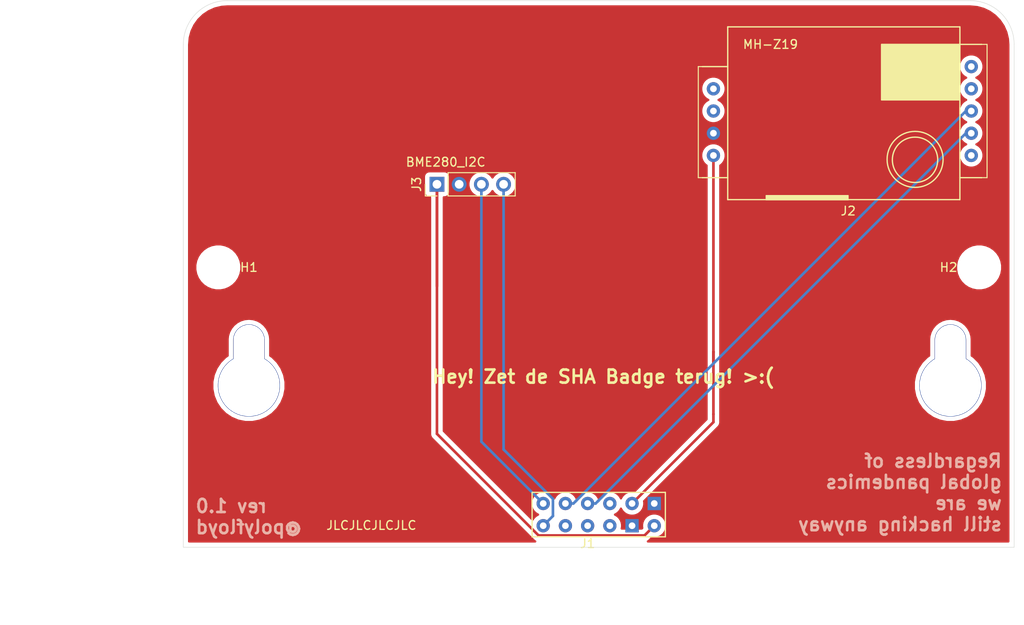
<source format=kicad_pcb>
(kicad_pcb (version 20171130) (host pcbnew 5.1.9+dfsg1-1)

  (general
    (thickness 1.6)
    (drawings 18)
    (tracks 26)
    (zones 0)
    (modules 7)
    (nets 15)
  )

  (page A4)
  (layers
    (0 F.Cu signal)
    (31 B.Cu signal)
    (32 B.Adhes user)
    (33 F.Adhes user)
    (34 B.Paste user)
    (35 F.Paste user)
    (36 B.SilkS user)
    (37 F.SilkS user)
    (38 B.Mask user)
    (39 F.Mask user)
    (40 Dwgs.User user)
    (41 Cmts.User user)
    (42 Eco1.User user)
    (43 Eco2.User user)
    (44 Edge.Cuts user)
    (45 Margin user)
    (46 B.CrtYd user)
    (47 F.CrtYd user)
    (48 B.Fab user)
    (49 F.Fab user)
  )

  (setup
    (last_trace_width 0.3)
    (trace_clearance 0.2)
    (zone_clearance 0.508)
    (zone_45_only no)
    (trace_min 0.3)
    (via_size 0.8)
    (via_drill 0.4)
    (via_min_size 0.4)
    (via_min_drill 0.3)
    (uvia_size 0.3)
    (uvia_drill 0.1)
    (uvias_allowed no)
    (uvia_min_size 0.2)
    (uvia_min_drill 0.1)
    (edge_width 0.05)
    (segment_width 0.2)
    (pcb_text_width 0.3)
    (pcb_text_size 1.5 1.5)
    (mod_edge_width 0.12)
    (mod_text_size 1 1)
    (mod_text_width 0.15)
    (pad_size 1.524 1.524)
    (pad_drill 0.762)
    (pad_to_mask_clearance 0)
    (aux_axis_origin 0 0)
    (visible_elements FFFFFF7F)
    (pcbplotparams
      (layerselection 0x010f0_ffffffff)
      (usegerberextensions false)
      (usegerberattributes true)
      (usegerberadvancedattributes true)
      (creategerberjobfile true)
      (excludeedgelayer true)
      (linewidth 0.100000)
      (plotframeref false)
      (viasonmask false)
      (mode 1)
      (useauxorigin false)
      (hpglpennumber 1)
      (hpglpenspeed 20)
      (hpglpendiameter 15.000000)
      (psnegative false)
      (psa4output false)
      (plotreference true)
      (plotvalue true)
      (plotinvisibletext false)
      (padsonsilk false)
      (subtractmaskfromsilk false)
      (outputformat 1)
      (mirror false)
      (drillshape 0)
      (scaleselection 1)
      (outputdirectory "gerbers"))
  )

  (net 0 "")
  (net 1 "Net-(J1-Pad3)")
  (net 2 "Net-(J1-Pad8)")
  (net 3 "Net-(J1-Pad9)")
  (net 4 "Net-(J1-Pad10)")
  (net 5 +5V)
  (net 6 GND)
  (net 7 "Net-(J2-Pad4)")
  (net 8 "Net-(J2-Pad3)")
  (net 9 "Net-(J2-Pad5)")
  (net 10 I2C_SCL)
  (net 11 I2C_SDA)
  (net 12 +3V3)
  (net 13 MHZ19_TX)
  (net 14 MHZ19_RX)

  (net_class Default "This is the default net class."
    (clearance 0.2)
    (trace_width 0.3)
    (via_dia 0.8)
    (via_drill 0.4)
    (uvia_dia 0.3)
    (uvia_drill 0.1)
    (diff_pair_width 0.3)
    (diff_pair_gap 0.25)
    (add_net +3V3)
    (add_net +5V)
    (add_net GND)
    (add_net I2C_SCL)
    (add_net I2C_SDA)
    (add_net MHZ19_RX)
    (add_net MHZ19_TX)
    (add_net "Net-(J1-Pad10)")
    (add_net "Net-(J1-Pad3)")
    (add_net "Net-(J1-Pad8)")
    (add_net "Net-(J1-Pad9)")
    (add_net "Net-(J2-Pad3)")
    (add_net "Net-(J2-Pad4)")
    (add_net "Net-(J2-Pad5)")
  )

  (module SHA2017:SHA2017_Badge_Breakout (layer F.Cu) (tedit 5FEE4AB9) (tstamp 5FEEAA3A)
    (at 147.5 137.944)
    (path /5FEE2A0D)
    (fp_text reference J1 (at -1.27 8.136) (layer F.SilkS)
      (effects (font (size 1 1) (thickness 0.15)))
    )
    (fp_text value SHA2017_Badge_Breakout (at -0.1 -0.794) (layer B.Fab)
      (effects (font (size 1 1) (thickness 0.15)))
    )
    (fp_line (start -7.62 7.366) (end 7.62 7.366) (layer F.SilkS) (width 0.15))
    (fp_line (start -7.62 2.286) (end -7.62 7.366) (layer F.SilkS) (width 0.15))
    (fp_line (start 7.62 2.286) (end -7.62 2.286) (layer F.SilkS) (width 0.15))
    (fp_line (start 7.62 7.366) (end 7.62 2.286) (layer F.SilkS) (width 0.15))
    (fp_text user "SDCARD ^" (at 8.636 3.81 -90) (layer F.Fab)
      (effects (font (size 1 1) (thickness 0.15)))
    )
    (fp_text user "USB ^" (at -5.85 1.106) (layer F.Fab)
      (effects (font (size 1 1) (thickness 0.15)))
    )
    (pad 1 thru_hole rect (at 6.35 3.556) (size 1.524 1.524) (drill 0.762) (layers *.Cu *.Mask)
      (net 6 GND))
    (pad 2 thru_hole circle (at 3.81 3.556) (size 1.524 1.524) (drill 0.762) (layers *.Cu *.Mask)
      (net 5 +5V))
    (pad 3 thru_hole circle (at 1.27 3.556) (size 1.524 1.524) (drill 0.762) (layers *.Cu *.Mask)
      (net 1 "Net-(J1-Pad3)"))
    (pad 4 thru_hole circle (at -1.27 3.556) (size 1.524 1.524) (drill 0.762) (layers *.Cu *.Mask)
      (net 14 MHZ19_RX))
    (pad 5 thru_hole circle (at -3.81 3.556) (size 1.524 1.524) (drill 0.762) (layers *.Cu *.Mask)
      (net 13 MHZ19_TX))
    (pad 6 thru_hole circle (at -6.35 3.556) (size 1.524 1.524) (drill 0.762) (layers *.Cu *.Mask)
      (net 10 I2C_SCL))
    (pad 7 thru_hole circle (at -6.35 6.096) (size 1.524 1.524) (drill 0.762) (layers *.Cu *.Mask)
      (net 11 I2C_SDA))
    (pad 8 thru_hole circle (at -3.81 6.096) (size 1.524 1.524) (drill 0.762) (layers *.Cu *.Mask)
      (net 2 "Net-(J1-Pad8)"))
    (pad 9 thru_hole circle (at -1.27 6.096) (size 1.524 1.524) (drill 0.762) (layers *.Cu *.Mask)
      (net 3 "Net-(J1-Pad9)"))
    (pad 10 thru_hole circle (at 1.27 6.096) (size 1.524 1.524) (drill 0.762) (layers *.Cu *.Mask)
      (net 4 "Net-(J1-Pad10)"))
    (pad 11 thru_hole rect (at 3.81 6.096) (size 1.524 1.524) (drill 0.762) (layers *.Cu *.Mask)
      (net 6 GND))
    (pad 12 thru_hole circle (at 6.35 6.096) (size 1.524 1.524) (drill 0.762) (layers *.Cu *.Mask)
      (net 12 +3V3))
  )

  (module MountingHole:MountingHole_4mm (layer F.Cu) (tedit 56D1B4CB) (tstamp 5FEE4758)
    (at 191 114.5)
    (descr "Mounting Hole 4mm, no annular")
    (tags "mounting hole 4mm no annular")
    (path /5FEE47D5)
    (attr virtual)
    (fp_text reference H2 (at -3.5 0) (layer F.SilkS)
      (effects (font (size 1 1) (thickness 0.15)))
    )
    (fp_text value MountingHole (at 0 5) (layer F.Fab)
      (effects (font (size 1 1) (thickness 0.15)))
    )
    (fp_circle (center 0 0) (end 4.25 0) (layer F.CrtYd) (width 0.05))
    (fp_circle (center 0 0) (end 4 0) (layer Cmts.User) (width 0.15))
    (fp_text user %R (at 0.3 0) (layer F.Fab)
      (effects (font (size 1 1) (thickness 0.15)))
    )
    (pad 1 np_thru_hole circle (at 0 0) (size 4 4) (drill 4) (layers *.Cu *.Mask))
  )

  (module MountingHole:MountingHole_4mm (layer F.Cu) (tedit 56D1B4CB) (tstamp 5FEE46F7)
    (at 104 114.5)
    (descr "Mounting Hole 4mm, no annular")
    (tags "mounting hole 4mm no annular")
    (path /5FEE505B)
    (attr virtual)
    (fp_text reference H1 (at 3.5 0) (layer F.SilkS)
      (effects (font (size 1 1) (thickness 0.15)))
    )
    (fp_text value MountingHole (at 0 5) (layer F.Fab)
      (effects (font (size 1 1) (thickness 0.15)))
    )
    (fp_circle (center 0 0) (end 4.25 0) (layer F.CrtYd) (width 0.05))
    (fp_circle (center 0 0) (end 4 0) (layer Cmts.User) (width 0.15))
    (fp_text user %R (at 0.3 0) (layer F.Fab)
      (effects (font (size 1 1) (thickness 0.15)))
    )
    (pad 1 np_thru_hole circle (at 0 0) (size 4 4) (drill 4) (layers *.Cu *.Mask))
  )

  (module Keyhole:keyhole (layer F.Cu) (tedit 5F48081E) (tstamp 5FE7DB8D)
    (at 182 126.349)
    (fp_text reference G*** (at 0 0) (layer F.SilkS) hide
      (effects (font (size 1.524 1.524) (thickness 0.3)))
    )
    (fp_text value LOGO (at 0.75 0) (layer F.SilkS) hide
      (effects (font (size 1.524 1.524) (thickness 0.3)))
    )
    (pad "" np_thru_hole oval (at 5.715 -1.778) (size 3.6 7.1) (drill oval 3.5 7) (layers *.Cu *.Mask))
    (pad "" np_thru_hole oval (at 5.715 1.651) (size 7.1 7.1) (drill oval 7) (layers *.Cu *.Mask))
  )

  (module Keyhole:keyhole (layer F.Cu) (tedit 5F48081E) (tstamp 5FE869E8)
    (at 101.785 126.349)
    (fp_text reference G*** (at 0 0) (layer F.SilkS) hide
      (effects (font (size 1.524 1.524) (thickness 0.3)))
    )
    (fp_text value LOGO (at 0.75 0) (layer F.SilkS) hide
      (effects (font (size 1.524 1.524) (thickness 0.3)))
    )
    (pad "" np_thru_hole oval (at 5.715 -1.778) (size 3.6 7.1) (drill oval 3.5 7) (layers *.Cu *.Mask))
    (pad "" np_thru_hole oval (at 5.715 1.651) (size 7.1 7.1) (drill oval 7) (layers *.Cu *.Mask))
  )

  (module MH-Z19:Sensor_MH-Z19 (layer F.Cu) (tedit 5ED500AE) (tstamp 5FE7D2EB)
    (at 190 89)
    (descr "MH-Z19 CO2 Sensor")
    (tags "MH-Z19 CO2 Sensor")
    (path /5FE602C1)
    (fp_text reference J2 (at -13.97 19.05) (layer F.SilkS)
      (effects (font (size 1 1) (thickness 0.15)))
    )
    (fp_text value MH-Z19 (at -22.86 0) (layer F.SilkS)
      (effects (font (size 1 1) (thickness 0.15)))
    )
    (fp_line (start 1.905 0) (end 1.27 0) (layer F.SilkS) (width 0.12))
    (fp_line (start 1.905 15.24) (end 1.905 0) (layer F.SilkS) (width 0.12))
    (fp_line (start 1.27 15.24) (end 1.905 15.24) (layer F.SilkS) (width 0.12))
    (fp_poly (pts (xy -13.97 17.78) (xy -23.368 17.78) (xy -23.368 17.272) (xy -13.97 17.272)) (layer F.SilkS) (width 0.1))
    (fp_line (start -1.2 -2) (end -27.75 -2) (layer F.SilkS) (width 0.15))
    (fp_line (start 1.275 15.24) (end -1.2 15.24) (layer F.SilkS) (width 0.15))
    (fp_line (start -1.27 0) (end 1.27 0) (layer F.SilkS) (width 0.15))
    (fp_line (start -27.75 2.54) (end -30.65 2.54) (layer F.SilkS) (width 0.15))
    (fp_line (start -30.65 15.24) (end -27.75 15.24) (layer F.SilkS) (width 0.15))
    (fp_line (start -27.75 -2) (end -27.75 17.75) (layer F.SilkS) (width 0.15))
    (fp_line (start -27.75 17.75) (end -1.2 17.75) (layer F.SilkS) (width 0.15))
    (fp_line (start -1.2 17.75) (end -1.2 -2) (layer F.SilkS) (width 0.15))
    (fp_circle (center -6.325 13.15) (end -9.425 12.35) (layer F.SilkS) (width 0.15))
    (fp_circle (center -6.330656 13.2) (end -8.530656 11.825) (layer F.SilkS) (width 0.15))
    (fp_poly (pts (xy -10.16 0) (xy -10.16 6.35) (xy -1.27 6.35) (xy -1.27 0)) (layer F.SilkS) (width 0.15))
    (fp_line (start -30.65 15.24) (end -31.115 15.24) (layer F.SilkS) (width 0.12))
    (fp_line (start -31.115 15.24) (end -31.115 2.54) (layer F.SilkS) (width 0.12))
    (fp_line (start -31.115 2.54) (end -30.65 2.54) (layer F.SilkS) (width 0.12))
    (pad 1 thru_hole circle (at -29.385 12.7) (size 1.524 1.524) (drill 0.762) (layers *.Cu *.Mask)
      (net 5 +5V))
    (pad 2 thru_hole circle (at -29.385 10.16) (size 1.524 1.524) (drill 0.762) (layers *.Cu *.Mask)
      (net 6 GND))
    (pad "" thru_hole circle (at -29.385 7.62) (size 1.524 1.524) (drill 0.762) (layers *.Cu *.Mask))
    (pad 4 thru_hole circle (at -29.385 5.08) (size 1.524 1.524) (drill 0.762) (layers *.Cu *.Mask)
      (net 7 "Net-(J2-Pad4)"))
    (pad 3 thru_hole circle (at 0.1 12.7) (size 1.524 1.524) (drill 0.762) (layers *.Cu *.Mask)
      (net 8 "Net-(J2-Pad3)"))
    (pad 6 thru_hole circle (at 0.1 10.16) (size 1.524 1.524) (drill 0.762) (layers *.Cu *.Mask)
      (net 14 MHZ19_RX))
    (pad 7 thru_hole circle (at 0.1 7.62) (size 1.524 1.524) (drill 0.762) (layers *.Cu *.Mask)
      (net 13 MHZ19_TX))
    (pad "" thru_hole circle (at 0.1 5.08) (size 1.524 1.524) (drill 0.762) (layers *.Cu *.Mask))
    (pad 5 thru_hole circle (at 0.1 2.54) (size 1.524 1.524) (drill 0.762) (layers *.Cu *.Mask)
      (net 9 "Net-(J2-Pad5)"))
    (model ${KISYS3DMOD}/Sensor_MH-Z19.3dshapes/Sensor_MH-Z19.step
      (offset (xyz -14.4 -7.7 0))
      (scale (xyz 0.98 0.98 0.98))
      (rotate (xyz 0 0 0))
    )
  )

  (module Connector_PinHeader_2.54mm:PinHeader_1x04_P2.54mm_Vertical (layer F.Cu) (tedit 59FED5CC) (tstamp 5FE86193)
    (at 129 105 90)
    (descr "Through hole straight pin header, 1x04, 2.54mm pitch, single row")
    (tags "Through hole pin header THT 1x04 2.54mm single row")
    (path /5FE7AE07)
    (fp_text reference J3 (at 0 -2.33 90) (layer F.SilkS)
      (effects (font (size 1 1) (thickness 0.15)))
    )
    (fp_text value BME280_I2C (at 2.54 1 180) (layer F.SilkS)
      (effects (font (size 1 1) (thickness 0.15)))
    )
    (fp_line (start -0.635 -1.27) (end 1.27 -1.27) (layer F.Fab) (width 0.1))
    (fp_line (start 1.27 -1.27) (end 1.27 8.89) (layer F.Fab) (width 0.1))
    (fp_line (start 1.27 8.89) (end -1.27 8.89) (layer F.Fab) (width 0.1))
    (fp_line (start -1.27 8.89) (end -1.27 -0.635) (layer F.Fab) (width 0.1))
    (fp_line (start -1.27 -0.635) (end -0.635 -1.27) (layer F.Fab) (width 0.1))
    (fp_line (start -1.33 8.95) (end 1.33 8.95) (layer F.SilkS) (width 0.12))
    (fp_line (start -1.33 1.27) (end -1.33 8.95) (layer F.SilkS) (width 0.12))
    (fp_line (start 1.33 1.27) (end 1.33 8.95) (layer F.SilkS) (width 0.12))
    (fp_line (start -1.33 1.27) (end 1.33 1.27) (layer F.SilkS) (width 0.12))
    (fp_line (start -1.33 0) (end -1.33 -1.33) (layer F.SilkS) (width 0.12))
    (fp_line (start -1.33 -1.33) (end 0 -1.33) (layer F.SilkS) (width 0.12))
    (fp_line (start -1.8 -1.8) (end -1.8 9.4) (layer F.CrtYd) (width 0.05))
    (fp_line (start -1.8 9.4) (end 1.8 9.4) (layer F.CrtYd) (width 0.05))
    (fp_line (start 1.8 9.4) (end 1.8 -1.8) (layer F.CrtYd) (width 0.05))
    (fp_line (start 1.8 -1.8) (end -1.8 -1.8) (layer F.CrtYd) (width 0.05))
    (fp_text user %R (at 0 3.81) (layer F.Fab)
      (effects (font (size 1 1) (thickness 0.15)))
    )
    (pad 1 thru_hole rect (at 0 0 90) (size 1.7 1.7) (drill 1) (layers *.Cu *.Mask)
      (net 12 +3V3))
    (pad 2 thru_hole oval (at 0 2.54 90) (size 1.7 1.7) (drill 1) (layers *.Cu *.Mask)
      (net 6 GND))
    (pad 3 thru_hole oval (at 0 5.08 90) (size 1.7 1.7) (drill 1) (layers *.Cu *.Mask)
      (net 10 I2C_SCL))
    (pad 4 thru_hole oval (at 0 7.62 90) (size 1.7 1.7) (drill 1) (layers *.Cu *.Mask)
      (net 11 I2C_SDA))
    (model ${KISYS3DMOD}/Connector_PinHeader_2.54mm.3dshapes/PinHeader_1x04_P2.54mm_Vertical.wrl
      (at (xyz 0 0 0))
      (scale (xyz 1 1 1))
      (rotate (xyz 0 0 0))
    )
  )

  (gr_text JLCJLCJLCJLC (at 121.5 144) (layer F.SilkS)
    (effects (font (size 1 1) (thickness 0.15)))
  )
  (dimension 31 (width 0.15) (layer Dwgs.User)
    (gr_text "31.000 mm" (at 134.2 126 270) (layer Dwgs.User)
      (effects (font (size 1 1) (thickness 0.15)))
    )
    (feature1 (pts (xy 141 141.5) (xy 134.913579 141.5)))
    (feature2 (pts (xy 141 110.5) (xy 134.913579 110.5)))
    (crossbar (pts (xy 135.5 110.5) (xy 135.5 141.5)))
    (arrow1a (pts (xy 135.5 141.5) (xy 134.913579 140.373496)))
    (arrow1b (pts (xy 135.5 141.5) (xy 136.086421 140.373496)))
    (arrow2a (pts (xy 135.5 110.5) (xy 134.913579 111.626504)))
    (arrow2b (pts (xy 135.5 110.5) (xy 136.086421 111.626504)))
  )
  (dimension 47.5 (width 0.15) (layer Dwgs.User) (tstamp 5FEE68DA)
    (gr_text "47.500 mm" (at 123.75 151.05) (layer Dwgs.User) (tstamp 5FEE68DA)
      (effects (font (size 1 1) (thickness 0.15)))
    )
    (feature1 (pts (xy 147.5 142.25) (xy 147.5 150.336421)))
    (feature2 (pts (xy 100 142.25) (xy 100 150.336421)))
    (crossbar (pts (xy 100 149.75) (xy 147.5 149.75)))
    (arrow1a (pts (xy 147.5 149.75) (xy 146.373496 150.336421)))
    (arrow1b (pts (xy 147.5 149.75) (xy 146.373496 149.163579)))
    (arrow2a (pts (xy 100 149.75) (xy 101.126504 150.336421)))
    (arrow2b (pts (xy 100 149.75) (xy 101.126504 149.163579)))
  )
  (gr_text "rev 1.0\n@polyfloyd" (at 101.25 143) (layer B.SilkS)
    (effects (font (size 1.5 1.5) (thickness 0.3)) (justify right mirror))
  )
  (gr_line (start 195 146.5) (end 100 146.5) (layer Edge.Cuts) (width 0.05) (tstamp 5FE7CC34))
  (gr_line (start 195 146.5) (end 100 146.5) (layer Dwgs.User) (width 0.15))
  (dimension 95 (width 0.15) (layer Dwgs.User)
    (gr_text "95.000 mm" (at 147.5 156.05) (layer Dwgs.User)
      (effects (font (size 1 1) (thickness 0.15)))
    )
    (feature1 (pts (xy 100 146.5) (xy 100 155.336421)))
    (feature2 (pts (xy 195 146.5) (xy 195 155.336421)))
    (crossbar (pts (xy 195 154.75) (xy 100 154.75)))
    (arrow1a (pts (xy 100 154.75) (xy 101.126504 154.163579)))
    (arrow1b (pts (xy 100 154.75) (xy 101.126504 155.336421)))
    (arrow2a (pts (xy 195 154.75) (xy 193.873496 154.163579)))
    (arrow2b (pts (xy 195 154.75) (xy 193.873496 155.336421)))
  )
  (gr_text "Hey! Zet de SHA Badge terug! >:(" (at 148 127) (layer F.SilkS)
    (effects (font (size 1.5 1.5) (thickness 0.3)))
  )
  (gr_text "Regardless of\nglobal pandemics\nwe are\nstill hacking anyway" (at 193.75 140.25) (layer B.SilkS)
    (effects (font (size 1.5 1.5) (thickness 0.3)) (justify left mirror))
  )
  (dimension 62.5 (width 0.15) (layer Dwgs.User)
    (gr_text "62.500 mm" (at 82.7 115.25 90) (layer Dwgs.User)
      (effects (font (size 1 1) (thickness 0.15)))
    )
    (feature1 (pts (xy 100 84) (xy 83.413579 84)))
    (feature2 (pts (xy 100 146.5) (xy 83.413579 146.5)))
    (crossbar (pts (xy 84 146.5) (xy 84 84)))
    (arrow1a (pts (xy 84 84) (xy 84.586421 85.126504)))
    (arrow1b (pts (xy 84 84) (xy 83.413579 85.126504)))
    (arrow2a (pts (xy 84 146.5) (xy 84.586421 145.373496)))
    (arrow2b (pts (xy 84 146.5) (xy 83.413579 145.373496)))
  )
  (gr_arc (start 190 89) (end 195 89) (angle -90) (layer Edge.Cuts) (width 0.05))
  (gr_arc (start 105 89) (end 105 84) (angle -90) (layer Edge.Cuts) (width 0.05))
  (gr_line (start 195 89) (end 195 146.5) (layer Edge.Cuts) (width 0.05))
  (gr_line (start 105 84) (end 190 84) (layer Edge.Cuts) (width 0.05))
  (gr_line (start 100 146.5) (end 100 89) (layer Edge.Cuts) (width 0.05))
  (gr_line (start 100 146.5) (end 100 110.5) (layer Dwgs.User) (width 0.15) (tstamp 5FE7CB83))
  (gr_line (start 195 110.5) (end 195 146.5) (layer Dwgs.User) (width 0.15))
  (gr_line (start 100 110.5) (end 195 110.5) (layer Dwgs.User) (width 0.15))

  (segment (start 160.615 124.145) (end 160.615 125.385) (width 0.3) (layer F.Cu) (net 5))
  (segment (start 160.615 101.7) (end 160.615 124.145) (width 0.3) (layer F.Cu) (net 5))
  (segment (start 151.31 141.5) (end 160.615 132.195) (width 0.3) (layer F.Cu) (net 5))
  (segment (start 160.615 131.285) (end 160.615 124.145) (width 0.3) (layer F.Cu) (net 5))
  (segment (start 160.615 132.195) (end 160.615 131.285) (width 0.3) (layer F.Cu) (net 5))
  (segment (start 134.08 134.43) (end 141.15 141.5) (width 0.3) (layer B.Cu) (net 10))
  (segment (start 134.08 105) (end 134.08 134.43) (width 0.3) (layer B.Cu) (net 10))
  (segment (start 142.262001 142.927999) (end 141.15 144.04) (width 0.3) (layer B.Cu) (net 11))
  (segment (start 142.262001 140.966239) (end 142.262001 142.927999) (width 0.3) (layer B.Cu) (net 11))
  (segment (start 136.62 135.324238) (end 142.262001 140.966239) (width 0.3) (layer B.Cu) (net 11))
  (segment (start 136.62 105) (end 136.62 135.324238) (width 0.3) (layer B.Cu) (net 11))
  (segment (start 129 105) (end 129 116.65) (width 0.3) (layer F.Cu) (net 12))
  (segment (start 129 133.535762) (end 129 105) (width 0.3) (layer F.Cu) (net 12))
  (segment (start 140.616239 145.152001) (end 129 133.535762) (width 0.3) (layer F.Cu) (net 12))
  (segment (start 152.737999 145.152001) (end 140.616239 145.152001) (width 0.3) (layer F.Cu) (net 12))
  (segment (start 153.85 144.04) (end 152.737999 145.152001) (width 0.3) (layer F.Cu) (net 12))
  (segment (start 189.484238 96.62) (end 190.1 96.62) (width 0.3) (layer B.Cu) (net 13))
  (segment (start 144.604238 141.5) (end 144.927119 141.177119) (width 0.3) (layer B.Cu) (net 13))
  (segment (start 143.69 141.5) (end 144.604238 141.5) (width 0.3) (layer B.Cu) (net 13))
  (segment (start 144.927119 141.177119) (end 189.484238 96.62) (width 0.3) (layer B.Cu) (net 13))
  (segment (start 144.812001 141.292237) (end 144.927119 141.177119) (width 0.3) (layer B.Cu) (net 13))
  (segment (start 189.484238 99.16) (end 190.1 99.16) (width 0.3) (layer B.Cu) (net 14))
  (segment (start 147.144238 141.5) (end 147.497119 141.147119) (width 0.3) (layer B.Cu) (net 14))
  (segment (start 146.23 141.5) (end 147.144238 141.5) (width 0.3) (layer B.Cu) (net 14))
  (segment (start 147.497119 141.147119) (end 189.484238 99.16) (width 0.3) (layer B.Cu) (net 14))
  (segment (start 147.352001 141.292237) (end 147.497119 141.147119) (width 0.3) (layer B.Cu) (net 14))

  (zone (net 6) (net_name GND) (layer F.Cu) (tstamp 5FEEAED2) (hatch edge 0.508)
    (connect_pads yes (clearance 0.508))
    (min_thickness 0.254)
    (fill yes (arc_segments 32) (thermal_gap 0.508) (thermal_bridge_width 0.508))
    (polygon
      (pts
        (xy 195 146.5) (xy 100 146.5) (xy 100 84) (xy 195 84)
      )
    )
    (filled_polygon
      (pts
        (xy 190.768083 84.731173) (xy 191.511891 84.934656) (xy 192.207905 85.266638) (xy 192.83413 85.716626) (xy 193.370777 86.270403)
        (xy 193.800871 86.910451) (xy 194.110829 87.616553) (xy 194.292065 88.371457) (xy 194.34 89.024207) (xy 194.340001 145.84)
        (xy 153.116107 145.84) (xy 153.176232 145.807863) (xy 153.295763 145.709765) (xy 153.320346 145.679811) (xy 153.58792 145.412238)
        (xy 153.712408 145.437) (xy 153.987592 145.437) (xy 154.25749 145.383314) (xy 154.511727 145.278005) (xy 154.740535 145.12512)
        (xy 154.93512 144.930535) (xy 155.088005 144.701727) (xy 155.193314 144.44749) (xy 155.247 144.177592) (xy 155.247 143.902408)
        (xy 155.193314 143.63251) (xy 155.088005 143.378273) (xy 154.93512 143.149465) (xy 154.740535 142.95488) (xy 154.511727 142.801995)
        (xy 154.25749 142.696686) (xy 153.987592 142.643) (xy 153.712408 142.643) (xy 153.44251 142.696686) (xy 153.188273 142.801995)
        (xy 152.959465 142.95488) (xy 152.76488 143.149465) (xy 152.611995 143.378273) (xy 152.506686 143.63251) (xy 152.453 143.902408)
        (xy 152.453 144.177592) (xy 152.477762 144.30208) (xy 152.412842 144.367001) (xy 150.129324 144.367001) (xy 150.167 144.177592)
        (xy 150.167 143.902408) (xy 150.113314 143.63251) (xy 150.008005 143.378273) (xy 149.85512 143.149465) (xy 149.660535 142.95488)
        (xy 149.431727 142.801995) (xy 149.354485 142.77) (xy 149.431727 142.738005) (xy 149.660535 142.58512) (xy 149.85512 142.390535)
        (xy 150.008005 142.161727) (xy 150.04 142.084485) (xy 150.071995 142.161727) (xy 150.22488 142.390535) (xy 150.419465 142.58512)
        (xy 150.648273 142.738005) (xy 150.90251 142.843314) (xy 151.172408 142.897) (xy 151.447592 142.897) (xy 151.71749 142.843314)
        (xy 151.971727 142.738005) (xy 152.200535 142.58512) (xy 152.39512 142.390535) (xy 152.548005 142.161727) (xy 152.653314 141.90749)
        (xy 152.707 141.637592) (xy 152.707 141.362408) (xy 152.682238 141.237919) (xy 161.142817 132.777341) (xy 161.172764 132.752764)
        (xy 161.270862 132.633233) (xy 161.343754 132.49686) (xy 161.388641 132.348887) (xy 161.4 132.233561) (xy 161.4 132.233554)
        (xy 161.403797 132.195001) (xy 161.4 132.156448) (xy 161.4 127.587814) (xy 183.53 127.587814) (xy 183.53 128.412186)
        (xy 183.690828 129.220719) (xy 184.006301 129.982341) (xy 184.464299 130.667782) (xy 185.047218 131.250701) (xy 185.732659 131.708699)
        (xy 186.494281 132.024172) (xy 187.302814 132.185) (xy 188.127186 132.185) (xy 188.935719 132.024172) (xy 189.697341 131.708699)
        (xy 190.382782 131.250701) (xy 190.965701 130.667782) (xy 191.423699 129.982341) (xy 191.739172 129.220719) (xy 191.9 128.412186)
        (xy 191.9 127.587814) (xy 191.739172 126.779281) (xy 191.423699 126.017659) (xy 190.965701 125.332218) (xy 190.382782 124.749299)
        (xy 190.15 124.593759) (xy 190.15 122.701385) (xy 190.114767 122.343657) (xy 189.975531 121.884657) (xy 189.749424 121.461641)
        (xy 189.445135 121.090865) (xy 189.074358 120.786576) (xy 188.651342 120.560469) (xy 188.192342 120.421233) (xy 187.715 120.374219)
        (xy 187.237657 120.421233) (xy 186.778657 120.560469) (xy 186.355641 120.786576) (xy 185.984865 121.090865) (xy 185.680576 121.461642)
        (xy 185.454469 121.884658) (xy 185.315233 122.343658) (xy 185.28 122.701386) (xy 185.28 124.593759) (xy 185.047218 124.749299)
        (xy 184.464299 125.332218) (xy 184.006301 126.017659) (xy 183.690828 126.779281) (xy 183.53 127.587814) (xy 161.4 127.587814)
        (xy 161.4 114.240475) (xy 188.365 114.240475) (xy 188.365 114.759525) (xy 188.466261 115.268601) (xy 188.664893 115.748141)
        (xy 188.953262 116.179715) (xy 189.320285 116.546738) (xy 189.751859 116.835107) (xy 190.231399 117.033739) (xy 190.740475 117.135)
        (xy 191.259525 117.135) (xy 191.768601 117.033739) (xy 192.248141 116.835107) (xy 192.679715 116.546738) (xy 193.046738 116.179715)
        (xy 193.335107 115.748141) (xy 193.533739 115.268601) (xy 193.635 114.759525) (xy 193.635 114.240475) (xy 193.533739 113.731399)
        (xy 193.335107 113.251859) (xy 193.046738 112.820285) (xy 192.679715 112.453262) (xy 192.248141 112.164893) (xy 191.768601 111.966261)
        (xy 191.259525 111.865) (xy 190.740475 111.865) (xy 190.231399 111.966261) (xy 189.751859 112.164893) (xy 189.320285 112.453262)
        (xy 188.953262 112.820285) (xy 188.664893 113.251859) (xy 188.466261 113.731399) (xy 188.365 114.240475) (xy 161.4 114.240475)
        (xy 161.4 102.855636) (xy 161.505535 102.78512) (xy 161.70012 102.590535) (xy 161.853005 102.361727) (xy 161.958314 102.10749)
        (xy 162.012 101.837592) (xy 162.012 101.562408) (xy 161.958314 101.29251) (xy 161.853005 101.038273) (xy 161.70012 100.809465)
        (xy 161.505535 100.61488) (xy 161.276727 100.461995) (xy 161.02249 100.356686) (xy 160.752592 100.303) (xy 160.477408 100.303)
        (xy 160.20751 100.356686) (xy 159.953273 100.461995) (xy 159.724465 100.61488) (xy 159.52988 100.809465) (xy 159.376995 101.038273)
        (xy 159.271686 101.29251) (xy 159.218 101.562408) (xy 159.218 101.837592) (xy 159.271686 102.10749) (xy 159.376995 102.361727)
        (xy 159.52988 102.590535) (xy 159.724465 102.78512) (xy 159.83 102.855636) (xy 159.830001 124.10643) (xy 159.83 124.10644)
        (xy 159.830001 124.800862) (xy 159.83 131.246439) (xy 159.83 131.869842) (xy 151.572081 140.127762) (xy 151.447592 140.103)
        (xy 151.172408 140.103) (xy 150.90251 140.156686) (xy 150.648273 140.261995) (xy 150.419465 140.41488) (xy 150.22488 140.609465)
        (xy 150.071995 140.838273) (xy 150.04 140.915515) (xy 150.008005 140.838273) (xy 149.85512 140.609465) (xy 149.660535 140.41488)
        (xy 149.431727 140.261995) (xy 149.17749 140.156686) (xy 148.907592 140.103) (xy 148.632408 140.103) (xy 148.36251 140.156686)
        (xy 148.108273 140.261995) (xy 147.879465 140.41488) (xy 147.68488 140.609465) (xy 147.531995 140.838273) (xy 147.5 140.915515)
        (xy 147.468005 140.838273) (xy 147.31512 140.609465) (xy 147.120535 140.41488) (xy 146.891727 140.261995) (xy 146.63749 140.156686)
        (xy 146.367592 140.103) (xy 146.092408 140.103) (xy 145.82251 140.156686) (xy 145.568273 140.261995) (xy 145.339465 140.41488)
        (xy 145.14488 140.609465) (xy 144.991995 140.838273) (xy 144.96 140.915515) (xy 144.928005 140.838273) (xy 144.77512 140.609465)
        (xy 144.580535 140.41488) (xy 144.351727 140.261995) (xy 144.09749 140.156686) (xy 143.827592 140.103) (xy 143.552408 140.103)
        (xy 143.28251 140.156686) (xy 143.028273 140.261995) (xy 142.799465 140.41488) (xy 142.60488 140.609465) (xy 142.451995 140.838273)
        (xy 142.42 140.915515) (xy 142.388005 140.838273) (xy 142.23512 140.609465) (xy 142.040535 140.41488) (xy 141.811727 140.261995)
        (xy 141.55749 140.156686) (xy 141.287592 140.103) (xy 141.012408 140.103) (xy 140.74251 140.156686) (xy 140.488273 140.261995)
        (xy 140.259465 140.41488) (xy 140.06488 140.609465) (xy 139.911995 140.838273) (xy 139.806686 141.09251) (xy 139.753 141.362408)
        (xy 139.753 141.637592) (xy 139.806686 141.90749) (xy 139.911995 142.161727) (xy 140.06488 142.390535) (xy 140.259465 142.58512)
        (xy 140.488273 142.738005) (xy 140.565515 142.77) (xy 140.488273 142.801995) (xy 140.259465 142.95488) (xy 140.06488 143.149465)
        (xy 139.928286 143.353891) (xy 129.785 133.210605) (xy 129.785 106.488072) (xy 129.85 106.488072) (xy 129.974482 106.475812)
        (xy 130.09418 106.439502) (xy 130.204494 106.380537) (xy 130.301185 106.301185) (xy 130.380537 106.204494) (xy 130.439502 106.09418)
        (xy 130.475812 105.974482) (xy 130.488072 105.85) (xy 130.488072 104.85374) (xy 132.595 104.85374) (xy 132.595 105.14626)
        (xy 132.652068 105.433158) (xy 132.76401 105.703411) (xy 132.926525 105.946632) (xy 133.133368 106.153475) (xy 133.376589 106.31599)
        (xy 133.646842 106.427932) (xy 133.93374 106.485) (xy 134.22626 106.485) (xy 134.513158 106.427932) (xy 134.783411 106.31599)
        (xy 135.026632 106.153475) (xy 135.233475 105.946632) (xy 135.35 105.77224) (xy 135.466525 105.946632) (xy 135.673368 106.153475)
        (xy 135.916589 106.31599) (xy 136.186842 106.427932) (xy 136.47374 106.485) (xy 136.76626 106.485) (xy 137.053158 106.427932)
        (xy 137.323411 106.31599) (xy 137.566632 106.153475) (xy 137.773475 105.946632) (xy 137.93599 105.703411) (xy 138.047932 105.433158)
        (xy 138.105 105.14626) (xy 138.105 104.85374) (xy 138.047932 104.566842) (xy 137.93599 104.296589) (xy 137.773475 104.053368)
        (xy 137.566632 103.846525) (xy 137.323411 103.68401) (xy 137.053158 103.572068) (xy 136.76626 103.515) (xy 136.47374 103.515)
        (xy 136.186842 103.572068) (xy 135.916589 103.68401) (xy 135.673368 103.846525) (xy 135.466525 104.053368) (xy 135.35 104.22776)
        (xy 135.233475 104.053368) (xy 135.026632 103.846525) (xy 134.783411 103.68401) (xy 134.513158 103.572068) (xy 134.22626 103.515)
        (xy 133.93374 103.515) (xy 133.646842 103.572068) (xy 133.376589 103.68401) (xy 133.133368 103.846525) (xy 132.926525 104.053368)
        (xy 132.76401 104.296589) (xy 132.652068 104.566842) (xy 132.595 104.85374) (xy 130.488072 104.85374) (xy 130.488072 104.15)
        (xy 130.475812 104.025518) (xy 130.439502 103.90582) (xy 130.380537 103.795506) (xy 130.301185 103.698815) (xy 130.204494 103.619463)
        (xy 130.09418 103.560498) (xy 129.974482 103.524188) (xy 129.85 103.511928) (xy 128.15 103.511928) (xy 128.025518 103.524188)
        (xy 127.90582 103.560498) (xy 127.795506 103.619463) (xy 127.698815 103.698815) (xy 127.619463 103.795506) (xy 127.560498 103.90582)
        (xy 127.524188 104.025518) (xy 127.511928 104.15) (xy 127.511928 105.85) (xy 127.524188 105.974482) (xy 127.560498 106.09418)
        (xy 127.619463 106.204494) (xy 127.698815 106.301185) (xy 127.795506 106.380537) (xy 127.90582 106.439502) (xy 128.025518 106.475812)
        (xy 128.15 106.488072) (xy 128.215 106.488072) (xy 128.215001 111.865) (xy 128.215 133.497209) (xy 128.211203 133.535762)
        (xy 128.215 133.574315) (xy 128.215 133.574322) (xy 128.226359 133.689648) (xy 128.271246 133.837621) (xy 128.344138 133.973994)
        (xy 128.442236 134.093526) (xy 128.47219 134.118109) (xy 140.033892 145.679811) (xy 140.058475 145.709765) (xy 140.178006 145.807863)
        (xy 140.238131 145.84) (xy 100.66 145.84) (xy 100.66 127.587814) (xy 103.315 127.587814) (xy 103.315 128.412186)
        (xy 103.475828 129.220719) (xy 103.791301 129.982341) (xy 104.249299 130.667782) (xy 104.832218 131.250701) (xy 105.517659 131.708699)
        (xy 106.279281 132.024172) (xy 107.087814 132.185) (xy 107.912186 132.185) (xy 108.720719 132.024172) (xy 109.482341 131.708699)
        (xy 110.167782 131.250701) (xy 110.750701 130.667782) (xy 111.208699 129.982341) (xy 111.524172 129.220719) (xy 111.685 128.412186)
        (xy 111.685 127.587814) (xy 111.524172 126.779281) (xy 111.208699 126.017659) (xy 110.750701 125.332218) (xy 110.167782 124.749299)
        (xy 109.935 124.593759) (xy 109.935 122.701385) (xy 109.899767 122.343657) (xy 109.760531 121.884657) (xy 109.534424 121.461641)
        (xy 109.230135 121.090865) (xy 108.859358 120.786576) (xy 108.436342 120.560469) (xy 107.977342 120.421233) (xy 107.5 120.374219)
        (xy 107.022657 120.421233) (xy 106.563657 120.560469) (xy 106.140641 120.786576) (xy 105.769865 121.090865) (xy 105.465576 121.461642)
        (xy 105.239469 121.884658) (xy 105.100233 122.343658) (xy 105.065 122.701386) (xy 105.065 124.593759) (xy 104.832218 124.749299)
        (xy 104.249299 125.332218) (xy 103.791301 126.017659) (xy 103.475828 126.779281) (xy 103.315 127.587814) (xy 100.66 127.587814)
        (xy 100.66 114.240475) (xy 101.365 114.240475) (xy 101.365 114.759525) (xy 101.466261 115.268601) (xy 101.664893 115.748141)
        (xy 101.953262 116.179715) (xy 102.320285 116.546738) (xy 102.751859 116.835107) (xy 103.231399 117.033739) (xy 103.740475 117.135)
        (xy 104.259525 117.135) (xy 104.768601 117.033739) (xy 105.248141 116.835107) (xy 105.679715 116.546738) (xy 106.046738 116.179715)
        (xy 106.335107 115.748141) (xy 106.533739 115.268601) (xy 106.635 114.759525) (xy 106.635 114.240475) (xy 106.533739 113.731399)
        (xy 106.335107 113.251859) (xy 106.046738 112.820285) (xy 105.679715 112.453262) (xy 105.248141 112.164893) (xy 104.768601 111.966261)
        (xy 104.259525 111.865) (xy 103.740475 111.865) (xy 103.231399 111.966261) (xy 102.751859 112.164893) (xy 102.320285 112.453262)
        (xy 101.953262 112.820285) (xy 101.664893 113.251859) (xy 101.466261 113.731399) (xy 101.365 114.240475) (xy 100.66 114.240475)
        (xy 100.66 93.942408) (xy 159.218 93.942408) (xy 159.218 94.217592) (xy 159.271686 94.48749) (xy 159.376995 94.741727)
        (xy 159.52988 94.970535) (xy 159.724465 95.16512) (xy 159.953273 95.318005) (xy 160.030515 95.35) (xy 159.953273 95.381995)
        (xy 159.724465 95.53488) (xy 159.52988 95.729465) (xy 159.376995 95.958273) (xy 159.271686 96.21251) (xy 159.218 96.482408)
        (xy 159.218 96.757592) (xy 159.271686 97.02749) (xy 159.376995 97.281727) (xy 159.52988 97.510535) (xy 159.724465 97.70512)
        (xy 159.953273 97.858005) (xy 160.20751 97.963314) (xy 160.477408 98.017) (xy 160.752592 98.017) (xy 161.02249 97.963314)
        (xy 161.276727 97.858005) (xy 161.505535 97.70512) (xy 161.70012 97.510535) (xy 161.853005 97.281727) (xy 161.958314 97.02749)
        (xy 162.012 96.757592) (xy 162.012 96.482408) (xy 161.958314 96.21251) (xy 161.853005 95.958273) (xy 161.70012 95.729465)
        (xy 161.505535 95.53488) (xy 161.276727 95.381995) (xy 161.199485 95.35) (xy 161.276727 95.318005) (xy 161.505535 95.16512)
        (xy 161.70012 94.970535) (xy 161.853005 94.741727) (xy 161.958314 94.48749) (xy 162.012 94.217592) (xy 162.012 93.942408)
        (xy 161.958314 93.67251) (xy 161.853005 93.418273) (xy 161.70012 93.189465) (xy 161.505535 92.99488) (xy 161.276727 92.841995)
        (xy 161.02249 92.736686) (xy 160.752592 92.683) (xy 160.477408 92.683) (xy 160.20751 92.736686) (xy 159.953273 92.841995)
        (xy 159.724465 92.99488) (xy 159.52988 93.189465) (xy 159.376995 93.418273) (xy 159.271686 93.67251) (xy 159.218 93.942408)
        (xy 100.66 93.942408) (xy 100.66 91.402408) (xy 188.703 91.402408) (xy 188.703 91.677592) (xy 188.756686 91.94749)
        (xy 188.861995 92.201727) (xy 189.01488 92.430535) (xy 189.209465 92.62512) (xy 189.438273 92.778005) (xy 189.515515 92.81)
        (xy 189.438273 92.841995) (xy 189.209465 92.99488) (xy 189.01488 93.189465) (xy 188.861995 93.418273) (xy 188.756686 93.67251)
        (xy 188.703 93.942408) (xy 188.703 94.217592) (xy 188.756686 94.48749) (xy 188.861995 94.741727) (xy 189.01488 94.970535)
        (xy 189.209465 95.16512) (xy 189.438273 95.318005) (xy 189.515515 95.35) (xy 189.438273 95.381995) (xy 189.209465 95.53488)
        (xy 189.01488 95.729465) (xy 188.861995 95.958273) (xy 188.756686 96.21251) (xy 188.703 96.482408) (xy 188.703 96.757592)
        (xy 188.756686 97.02749) (xy 188.861995 97.281727) (xy 189.01488 97.510535) (xy 189.209465 97.70512) (xy 189.438273 97.858005)
        (xy 189.515515 97.89) (xy 189.438273 97.921995) (xy 189.209465 98.07488) (xy 189.01488 98.269465) (xy 188.861995 98.498273)
        (xy 188.756686 98.75251) (xy 188.703 99.022408) (xy 188.703 99.297592) (xy 188.756686 99.56749) (xy 188.861995 99.821727)
        (xy 189.01488 100.050535) (xy 189.209465 100.24512) (xy 189.438273 100.398005) (xy 189.515515 100.43) (xy 189.438273 100.461995)
        (xy 189.209465 100.61488) (xy 189.01488 100.809465) (xy 188.861995 101.038273) (xy 188.756686 101.29251) (xy 188.703 101.562408)
        (xy 188.703 101.837592) (xy 188.756686 102.10749) (xy 188.861995 102.361727) (xy 189.01488 102.590535) (xy 189.209465 102.78512)
        (xy 189.438273 102.938005) (xy 189.69251 103.043314) (xy 189.962408 103.097) (xy 190.237592 103.097) (xy 190.50749 103.043314)
        (xy 190.761727 102.938005) (xy 190.990535 102.78512) (xy 191.18512 102.590535) (xy 191.338005 102.361727) (xy 191.443314 102.10749)
        (xy 191.497 101.837592) (xy 191.497 101.562408) (xy 191.443314 101.29251) (xy 191.338005 101.038273) (xy 191.18512 100.809465)
        (xy 190.990535 100.61488) (xy 190.761727 100.461995) (xy 190.684485 100.43) (xy 190.761727 100.398005) (xy 190.990535 100.24512)
        (xy 191.18512 100.050535) (xy 191.338005 99.821727) (xy 191.443314 99.56749) (xy 191.497 99.297592) (xy 191.497 99.022408)
        (xy 191.443314 98.75251) (xy 191.338005 98.498273) (xy 191.18512 98.269465) (xy 190.990535 98.07488) (xy 190.761727 97.921995)
        (xy 190.684485 97.89) (xy 190.761727 97.858005) (xy 190.990535 97.70512) (xy 191.18512 97.510535) (xy 191.338005 97.281727)
        (xy 191.443314 97.02749) (xy 191.497 96.757592) (xy 191.497 96.482408) (xy 191.443314 96.21251) (xy 191.338005 95.958273)
        (xy 191.18512 95.729465) (xy 190.990535 95.53488) (xy 190.761727 95.381995) (xy 190.684485 95.35) (xy 190.761727 95.318005)
        (xy 190.990535 95.16512) (xy 191.18512 94.970535) (xy 191.338005 94.741727) (xy 191.443314 94.48749) (xy 191.497 94.217592)
        (xy 191.497 93.942408) (xy 191.443314 93.67251) (xy 191.338005 93.418273) (xy 191.18512 93.189465) (xy 190.990535 92.99488)
        (xy 190.761727 92.841995) (xy 190.684485 92.81) (xy 190.761727 92.778005) (xy 190.990535 92.62512) (xy 191.18512 92.430535)
        (xy 191.338005 92.201727) (xy 191.443314 91.94749) (xy 191.497 91.677592) (xy 191.497 91.402408) (xy 191.443314 91.13251)
        (xy 191.338005 90.878273) (xy 191.18512 90.649465) (xy 190.990535 90.45488) (xy 190.761727 90.301995) (xy 190.50749 90.196686)
        (xy 190.237592 90.143) (xy 189.962408 90.143) (xy 189.69251 90.196686) (xy 189.438273 90.301995) (xy 189.209465 90.45488)
        (xy 189.01488 90.649465) (xy 188.861995 90.878273) (xy 188.756686 91.13251) (xy 188.703 91.402408) (xy 100.66 91.402408)
        (xy 100.66 89.029392) (xy 100.731173 88.231917) (xy 100.934656 87.488109) (xy 101.266638 86.792095) (xy 101.716626 86.16587)
        (xy 102.270403 85.629223) (xy 102.910451 85.199129) (xy 103.616553 84.889171) (xy 104.371457 84.707935) (xy 105.024207 84.66)
        (xy 189.970608 84.66)
      )
    )
  )
  (zone (net 0) (net_name "") (layer F.Mask) (tstamp 5FEEAECF) (hatch edge 0.508)
    (connect_pads yes (clearance 0.508))
    (min_thickness 0.254)
    (fill yes (arc_segments 32) (thermal_gap 0.508) (thermal_bridge_width 0.508))
    (polygon
      (pts
        (xy 107 105) (xy 102 105) (xy 102 100) (xy 107 100)
      )
    )
    (filled_polygon
      (pts
        (xy 106.873 104.873) (xy 102.127 104.873) (xy 102.127 100.127) (xy 106.873 100.127)
      )
    )
  )
  (zone (net 0) (net_name "") (layer F.Mask) (tstamp 5FEEAECC) (hatch edge 0.508)
    (connect_pads yes (clearance 0.508))
    (min_thickness 0.254)
    (fill yes (arc_segments 32) (thermal_gap 0.508) (thermal_bridge_width 0.508))
    (polygon
      (pts
        (xy 114 105) (xy 109 105) (xy 109 100) (xy 114 100)
      )
    )
    (filled_polygon
      (pts
        (xy 113.873 104.873) (xy 109.127 104.873) (xy 109.127 100.127) (xy 113.873 100.127)
      )
    )
  )
  (zone (net 0) (net_name "") (layer F.Mask) (tstamp 5FEEAEC9) (hatch edge 0.508)
    (connect_pads yes (clearance 0.508))
    (min_thickness 0.254)
    (fill yes (arc_segments 32) (thermal_gap 0.508) (thermal_bridge_width 0.508))
    (polygon
      (pts
        (xy 121 105) (xy 116 105) (xy 116 100) (xy 121 100)
      )
    )
    (filled_polygon
      (pts
        (xy 120.873 104.873) (xy 116.127 104.873) (xy 116.127 100.127) (xy 120.873 100.127)
      )
    )
  )
  (zone (net 0) (net_name "") (layer F.Mask) (tstamp 5FEEAEC6) (hatch edge 0.508)
    (connect_pads yes (clearance 0.508))
    (min_thickness 0.254)
    (fill yes (arc_segments 32) (thermal_gap 0.508) (thermal_bridge_width 0.508))
    (polygon
      (pts
        (xy 121 98) (xy 116 98) (xy 116 93) (xy 121 93)
      )
    )
    (filled_polygon
      (pts
        (xy 120.873 97.873) (xy 116.127 97.873) (xy 116.127 93.127) (xy 120.873 93.127)
      )
    )
  )
  (zone (net 0) (net_name "") (layer F.Mask) (tstamp 5FEEAEC3) (hatch edge 0.508)
    (connect_pads yes (clearance 0.508))
    (min_thickness 0.254)
    (fill yes (arc_segments 32) (thermal_gap 0.508) (thermal_bridge_width 0.508))
    (polygon
      (pts
        (xy 114 91) (xy 109 91) (xy 109 86) (xy 114 86)
      )
    )
    (filled_polygon
      (pts
        (xy 113.873 90.873) (xy 109.127 90.873) (xy 109.127 86.127) (xy 113.873 86.127)
      )
    )
  )
)

</source>
